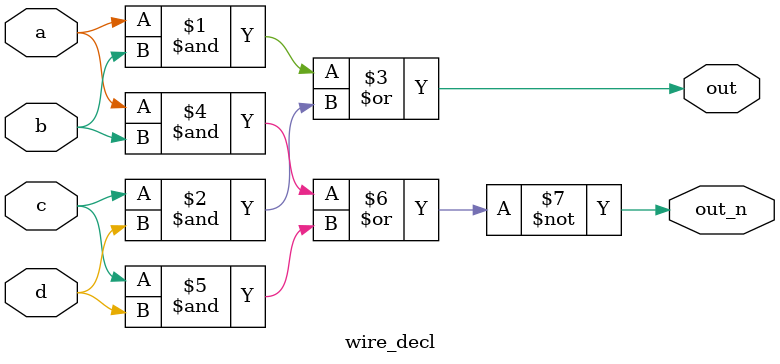
<source format=v>
`default_nettype none

module wire_decl(

    input a, 
    input b, 
    input c, 
    input d,

    output out,
    output out_n
);


    assign out = (a & b) | (c & d); 
    assign out_n = ~( (a & b) | (c & d)); 

endmodule
</source>
